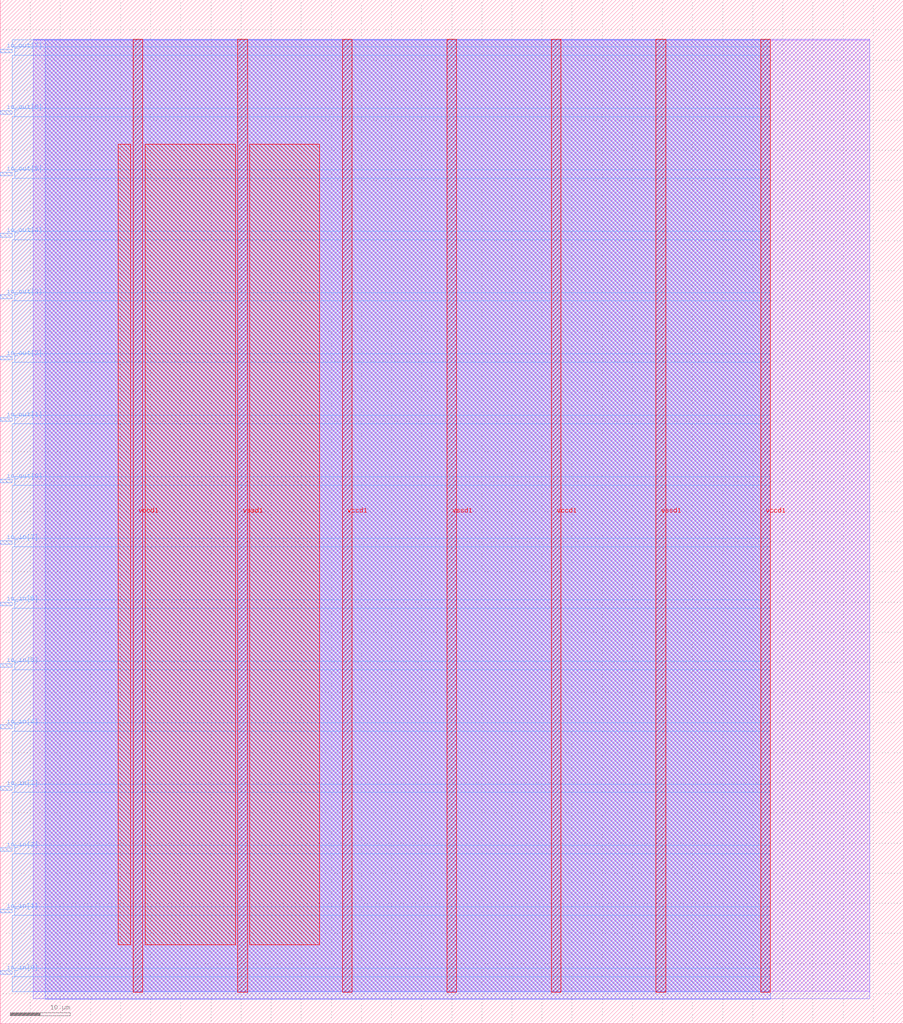
<source format=lef>
VERSION 5.7 ;
  NOWIREEXTENSIONATPIN ON ;
  DIVIDERCHAR "/" ;
  BUSBITCHARS "[]" ;
MACRO tt2_tholin_multiplexed_counter
  CLASS BLOCK ;
  FOREIGN tt2_tholin_multiplexed_counter ;
  ORIGIN 0.000 0.000 ;
  SIZE 150.000 BY 170.000 ;
  PIN io_in[0]
    DIRECTION INPUT ;
    USE SIGNAL ;
    PORT
      LAYER met3 ;
        RECT 0.000 8.200 2.000 8.800 ;
    END
  END io_in[0]
  PIN io_in[1]
    DIRECTION INPUT ;
    USE SIGNAL ;
    PORT
      LAYER met3 ;
        RECT 0.000 18.400 2.000 19.000 ;
    END
  END io_in[1]
  PIN io_in[2]
    DIRECTION INPUT ;
    USE SIGNAL ;
    PORT
      LAYER met3 ;
        RECT 0.000 28.600 2.000 29.200 ;
    END
  END io_in[2]
  PIN io_in[3]
    DIRECTION INPUT ;
    USE SIGNAL ;
    PORT
      LAYER met3 ;
        RECT 0.000 38.800 2.000 39.400 ;
    END
  END io_in[3]
  PIN io_in[4]
    DIRECTION INPUT ;
    USE SIGNAL ;
    PORT
      LAYER met3 ;
        RECT 0.000 49.000 2.000 49.600 ;
    END
  END io_in[4]
  PIN io_in[5]
    DIRECTION INPUT ;
    USE SIGNAL ;
    PORT
      LAYER met3 ;
        RECT 0.000 59.200 2.000 59.800 ;
    END
  END io_in[5]
  PIN io_in[6]
    DIRECTION INPUT ;
    USE SIGNAL ;
    PORT
      LAYER met3 ;
        RECT 0.000 69.400 2.000 70.000 ;
    END
  END io_in[6]
  PIN io_in[7]
    DIRECTION INPUT ;
    USE SIGNAL ;
    PORT
      LAYER met3 ;
        RECT 0.000 79.600 2.000 80.200 ;
    END
  END io_in[7]
  PIN io_out[0]
    DIRECTION OUTPUT TRISTATE ;
    USE SIGNAL ;
    PORT
      LAYER met3 ;
        RECT 0.000 89.800 2.000 90.400 ;
    END
  END io_out[0]
  PIN io_out[1]
    DIRECTION OUTPUT TRISTATE ;
    USE SIGNAL ;
    PORT
      LAYER met3 ;
        RECT 0.000 100.000 2.000 100.600 ;
    END
  END io_out[1]
  PIN io_out[2]
    DIRECTION OUTPUT TRISTATE ;
    USE SIGNAL ;
    PORT
      LAYER met3 ;
        RECT 0.000 110.200 2.000 110.800 ;
    END
  END io_out[2]
  PIN io_out[3]
    DIRECTION OUTPUT TRISTATE ;
    USE SIGNAL ;
    PORT
      LAYER met3 ;
        RECT 0.000 120.400 2.000 121.000 ;
    END
  END io_out[3]
  PIN io_out[4]
    DIRECTION OUTPUT TRISTATE ;
    USE SIGNAL ;
    PORT
      LAYER met3 ;
        RECT 0.000 130.600 2.000 131.200 ;
    END
  END io_out[4]
  PIN io_out[5]
    DIRECTION OUTPUT TRISTATE ;
    USE SIGNAL ;
    PORT
      LAYER met3 ;
        RECT 0.000 140.800 2.000 141.400 ;
    END
  END io_out[5]
  PIN io_out[6]
    DIRECTION OUTPUT TRISTATE ;
    USE SIGNAL ;
    PORT
      LAYER met3 ;
        RECT 0.000 151.000 2.000 151.600 ;
    END
  END io_out[6]
  PIN io_out[7]
    DIRECTION OUTPUT TRISTATE ;
    USE SIGNAL ;
    PORT
      LAYER met3 ;
        RECT 0.000 161.200 2.000 161.800 ;
    END
  END io_out[7]
  PIN vccd1
    DIRECTION INOUT ;
    USE POWER ;
    PORT
      LAYER met4 ;
        RECT 22.090 5.200 23.690 163.440 ;
    END
    PORT
      LAYER met4 ;
        RECT 56.830 5.200 58.430 163.440 ;
    END
    PORT
      LAYER met4 ;
        RECT 91.570 5.200 93.170 163.440 ;
    END
    PORT
      LAYER met4 ;
        RECT 126.310 5.200 127.910 163.440 ;
    END
  END vccd1
  PIN vssd1
    DIRECTION INOUT ;
    USE GROUND ;
    PORT
      LAYER met4 ;
        RECT 39.460 5.200 41.060 163.440 ;
    END
    PORT
      LAYER met4 ;
        RECT 74.200 5.200 75.800 163.440 ;
    END
    PORT
      LAYER met4 ;
        RECT 108.940 5.200 110.540 163.440 ;
    END
  END vssd1
  OBS
      LAYER li1 ;
        RECT 5.520 5.355 144.440 163.285 ;
      LAYER met1 ;
        RECT 5.520 4.120 144.440 163.440 ;
      LAYER met2 ;
        RECT 7.460 4.090 127.880 163.385 ;
      LAYER met3 ;
        RECT 2.000 162.200 127.900 163.365 ;
        RECT 2.400 160.800 127.900 162.200 ;
        RECT 2.000 152.000 127.900 160.800 ;
        RECT 2.400 150.600 127.900 152.000 ;
        RECT 2.000 141.800 127.900 150.600 ;
        RECT 2.400 140.400 127.900 141.800 ;
        RECT 2.000 131.600 127.900 140.400 ;
        RECT 2.400 130.200 127.900 131.600 ;
        RECT 2.000 121.400 127.900 130.200 ;
        RECT 2.400 120.000 127.900 121.400 ;
        RECT 2.000 111.200 127.900 120.000 ;
        RECT 2.400 109.800 127.900 111.200 ;
        RECT 2.000 101.000 127.900 109.800 ;
        RECT 2.400 99.600 127.900 101.000 ;
        RECT 2.000 90.800 127.900 99.600 ;
        RECT 2.400 89.400 127.900 90.800 ;
        RECT 2.000 80.600 127.900 89.400 ;
        RECT 2.400 79.200 127.900 80.600 ;
        RECT 2.000 70.400 127.900 79.200 ;
        RECT 2.400 69.000 127.900 70.400 ;
        RECT 2.000 60.200 127.900 69.000 ;
        RECT 2.400 58.800 127.900 60.200 ;
        RECT 2.000 50.000 127.900 58.800 ;
        RECT 2.400 48.600 127.900 50.000 ;
        RECT 2.000 39.800 127.900 48.600 ;
        RECT 2.400 38.400 127.900 39.800 ;
        RECT 2.000 29.600 127.900 38.400 ;
        RECT 2.400 28.200 127.900 29.600 ;
        RECT 2.000 19.400 127.900 28.200 ;
        RECT 2.400 18.000 127.900 19.400 ;
        RECT 2.000 9.200 127.900 18.000 ;
        RECT 2.400 7.800 127.900 9.200 ;
        RECT 2.000 5.275 127.900 7.800 ;
      LAYER met4 ;
        RECT 19.615 13.095 21.690 146.025 ;
        RECT 24.090 13.095 39.060 146.025 ;
        RECT 41.460 13.095 53.065 146.025 ;
  END
END tt2_tholin_multiplexed_counter
END LIBRARY


</source>
